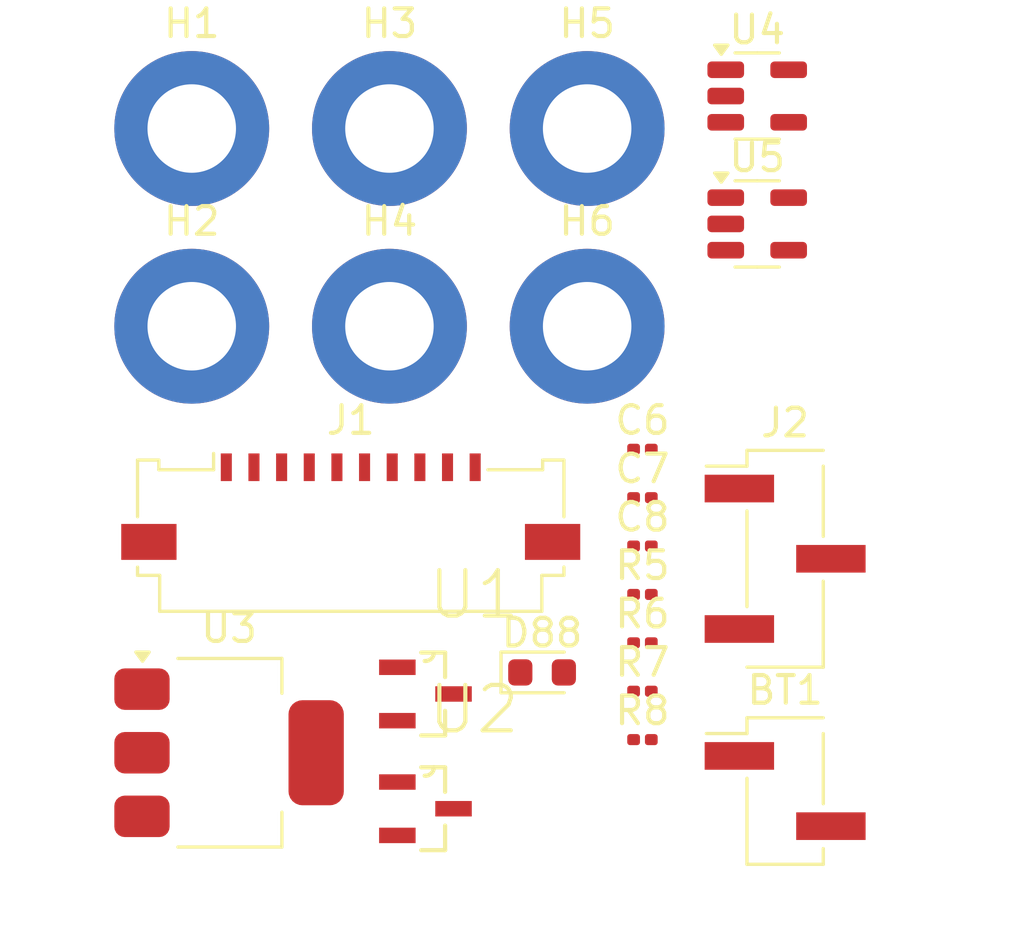
<source format=kicad_pcb>
(kicad_pcb (version 20241229) (generator "pcbnew") (generator_version "9.0")
  (layers (0 "F.Cu" signal) (2 "B.Cu" signal) (13 "F.Paste" user) (15 "B.Paste" user) (5 "F.SilkS" user "F.Silkscreen") (7 "B.SilkS" user "B.Silkscreen") (1 "F.Mask" user) (3 "B.Mask" user) (25 "Edge.Cuts" user))
  (net 0 "")
  (net 1 "Net-(BT1-+)")
  (net 2 "/bat-")
  (net 3 "GND")
  (net 4 "+3V3")
  (net 5 "VBUS")
  (net 6 "Net-(U5-VDD)")
  (net 7 "Net-(D88-K)")
  (net 8 "/RX")
  (net 9 "/D+")
  (net 10 "/D-")
  (net 11 "/TX")
  (net 13 "HV_CHR")
  (net 14 "Net-(U4-STAT)")
  (net 15 "Net-(U4-PROG)")
  (net 16 "Net-(U5-VM)")
  (net 17 "Net-(U1-D)")
  (net 18 "Net-(U1-G)")
  (net 19 "Net-(U2-G)")
  (footprint "Resistor_SMD:R_0201_0603Metric" (layer "F.Cu") (at 131.745 81.87)
    (property "Reference" "R5" (at 0 -1.05 0) (layer "F.SilkS"))
    (property "Value" "150")
    (pad "1" smd roundrect (at -0.32 0) (size 0.46 0.4) (layers "F.Cu" "F.Mask") (net 14 "Net-(U4-STAT)"))
    (pad "2" smd roundrect (at 0.32 0) (size 0.46 0.4) (layers "F.Cu" "F.Mask") (net 7 "Net-(D88-K)"))
  )
  (footprint "Connector_PinHeader_2.54mm:PinHeader_1x03_P2.54mm_Vertical_SMD_Pin1Left" (layer "F.Cu") (at 136.905 80.58)
    (property "Reference" "J2" (at 0 -4.92 0) (layer "F.SilkS"))
    (property "Value" "Conn_01x03_Pin")
    (fp_line (start -1.38 -3.92) (end -1.38 -3.35) (stroke (width 0.12)) (layer "F.SilkS"))
    (fp_line (start -1.38 -3.92) (end 1.38 -3.92) (stroke (width 0.12)) (layer "F.SilkS"))
    (fp_line (start -1.38 -3.35) (end -2.85 -3.35) (stroke (width 0.12)) (layer "F.SilkS"))
    (fp_line (start -1.38 -1.73) (end -1.38 1.73) (stroke (width 0.12)) (layer "F.SilkS"))
    (fp_line (start -1.38 3.92) (end 1.38 3.92) (stroke (width 0.12)) (layer "F.SilkS"))
    (fp_line (start 1.38 -3.35) (end 1.38 -0.81) (stroke (width 0.12)) (layer "F.SilkS"))
    (fp_line (start 1.38 0.81) (end 1.38 3.92) (stroke (width 0.12)) (layer "F.SilkS"))
    (fp_line (start 1.38 3.35) (end 1.38 3.92) (stroke (width 0.12)) (layer "F.SilkS"))
    (pad "1" smd rect (at -1.655 -2.54) (size 2.51 1) (layers "F.Cu" "F.Mask" "F.Paste"))
    (pad "2" smd rect (at 1.655 0) (size 2.51 1) (layers "F.Cu" "F.Mask" "F.Paste") (net 13 "HV_CHR"))
    (pad "3" smd rect (at -1.655 2.54) (size 2.51 1) (layers "F.Cu" "F.Mask" "F.Paste") (net 1 "Net-(BT1-+)"))
  )
  (footprint "Package_TO_SOT_SMD:SOT-23-5" (layer "F.Cu") (at 135.895 68.47)
    (property "Reference" "U5" (at 0 -2.4 0) (layer "F.SilkS"))
    (property "Value" "AP9101CK")
    (fp_line (start 0 -1.56) (end -0.8 -1.56) (stroke (width 0.12)) (layer "F.SilkS"))
    (fp_line (start 0 -1.56) (end 0.8 -1.56) (stroke (width 0.12)) (layer "F.SilkS"))
    (fp_line (start 0 1.56) (end -0.8 1.56) (stroke (width 0.12)) (layer "F.SilkS"))
    (fp_line (start 0 1.56) (end 0.8 1.56) (stroke (width 0.12)) (layer "F.SilkS"))
    (fp_poly (pts (xy -1.3 -1.51) (xy -1.54 -1.84) (xy -1.06 -1.84)) (stroke (width 0.12)) (fill yes) (layer "F.SilkS"))
    (pad "1" smd roundrect (at -1.1375 -0.95) (size 1.325 0.6) (layers "F.Cu" "F.Mask" "F.Paste") (net 16 "Net-(U5-VM)"))
    (pad "2" smd roundrect (at -1.1375 0) (size 1.325 0.6) (layers "F.Cu" "F.Mask" "F.Paste") (net 6 "Net-(U5-VDD)"))
    (pad "3" smd roundrect (at -1.1375 0.95) (size 1.325 0.6) (layers "F.Cu" "F.Mask" "F.Paste") (net 2 "/bat-"))
    (pad "4" smd roundrect (at 1.1375 0.95) (size 1.325 0.6) (layers "F.Cu" "F.Mask" "F.Paste") (net 18 "Net-(U1-G)"))
    (pad "5" smd roundrect (at 1.1375 -0.95) (size 1.325 0.6) (layers "F.Cu" "F.Mask" "F.Paste") (net 19 "Net-(U2-G)"))
  )
  (footprint "Resistor_SMD:R_0201_0603Metric" (layer "F.Cu") (at 131.745 83.62)
    (property "Reference" "R6" (at 0 -1.05 0) (layer "F.SilkS"))
    (property "Value" "10/2k")
    (pad "1" smd roundrect (at -0.32 0) (size 0.46 0.4) (layers "F.Cu" "F.Mask") (net 3 "GND"))
    (pad "2" smd roundrect (at 0.32 0) (size 0.46 0.4) (layers "F.Cu" "F.Mask") (net 15 "Net-(U4-PROG)"))
  )
  (footprint "Capacitor_SMD:C_0201_0603Metric" (layer "F.Cu") (at 131.745 80.12)
    (property "Reference" "C8" (at 0 -1.05 0) (layer "F.SilkS"))
    (property "Value" "0.1uF")
    (pad "1" smd roundrect (at -0.32 0) (size 0.46 0.4) (layers "F.Cu" "F.Mask") (net 6 "Net-(U5-VDD)"))
    (pad "2" smd roundrect (at 0.32 0) (size 0.46 0.4) (layers "F.Cu" "F.Mask") (net 2 "/bat-"))
  )
  (footprint "MountingHole:MountingHole_3.2mm_M3_DIN965_Pad" (layer "F.Cu") (at 122.595 65.02)
    (property "Reference" "H3" (at 0 -3.8 0) (layer "F.SilkS"))
    (property "Value" "MountingHole_Pad")
    (pad "1" thru_hole circle (at 0 0) (size 5.6 5.6) (drill 3.2) (layers "*.Cu" "*.Mask") (net 3 "GND"))
  )
  (footprint "Capacitor_SMD:C_0201_0603Metric" (layer "F.Cu") (at 131.745 78.37)
    (property "Reference" "C7" (at 0 -1.05 0) (layer "F.SilkS"))
    (property "Value" "0.1uF")
    (pad "1" smd roundrect (at -0.32 0) (size 0.46 0.4) (layers "F.Cu" "F.Mask") (net 5 "VBUS"))
    (pad "2" smd roundrect (at 0.32 0) (size 0.46 0.4) (layers "F.Cu" "F.Mask") (net 3 "GND"))
  )
  (footprint "Package_TO_SOT_SMD:SOT-223-3_TabPin2" (layer "F.Cu") (at 116.795 87.595)
    (property "Reference" "U3" (at 0 -4.5 0) (layer "F.SilkS"))
    (property "Value" "MCP1825S")
    (fp_line (start -1.85 -3.41) (end 1.91 -3.41) (stroke (width 0.12)) (layer "F.SilkS"))
    (fp_line (start -1.85 3.41) (end 1.91 3.41) (stroke (width 0.12)) (layer "F.SilkS"))
    (fp_line (start 1.91 -3.41) (end 1.91 -2.15) (stroke (width 0.12)) (layer "F.SilkS"))
    (fp_line (start 1.91 3.41) (end 1.91 2.15) (stroke (width 0.12)) (layer "F.SilkS"))
    (fp_poly (pts (xy -3.13 -3.31) (xy -3.37 -3.64) (xy -2.89 -3.64) (xy -3.13 -3.31)) (stroke (width 0.12)) (fill yes) (layer "F.SilkS"))
    (pad "1" smd roundrect (at -3.15 -2.3) (size 2 1.5) (layers "F.Cu" "F.Mask" "F.Paste") (net 13 "HV_CHR"))
    (pad "2" smd roundrect (at -3.15 0) (size 2 1.5) (layers "F.Cu" "F.Mask" "F.Paste") (net 3 "GND"))
    (pad "2" smd roundrect (at 3.15 0) (size 2 3.8) (layers "F.Cu" "F.Mask" "F.Paste") (net 3 "GND"))
    (pad "3" smd roundrect (at -3.15 2.3) (size 2 1.5) (layers "F.Cu" "F.Mask" "F.Paste") (net 4 "+3V3"))
  )
  (footprint "MountingHole:MountingHole_3.2mm_M3_DIN965_Pad" (layer "F.Cu") (at 122.595 72.17)
    (property "Reference" "H4" (at 0 -3.8 0) (layer "F.SilkS"))
    (property "Value" "MountingHole_Pad")
    (pad "1" thru_hole circle (at 0 0) (size 5.6 5.6) (drill 3.2) (layers "*.Cu" "*.Mask") (net 3 "GND"))
  )
  (footprint "Resistor_SMD:R_0201_0603Metric" (layer "F.Cu") (at 131.745 87.12)
    (property "Reference" "R8" (at 0 -1.05 0) (layer "F.SilkS"))
    (property "Value" "330")
    (pad "1" smd roundrect (at -0.32 0) (size 0.46 0.4) (layers "F.Cu" "F.Mask") (net 6 "Net-(U5-VDD)"))
    (pad "2" smd roundrect (at 0.32 0) (size 0.46 0.4) (layers "F.Cu" "F.Mask") (net 1 "Net-(BT1-+)"))
  )
  (footprint "LED_SMD:LED_0603_1608Metric" (layer "F.Cu") (at 128.115 84.69)
    (property "Reference" "D88" (at 0 -1.43 0) (layer "F.SilkS"))
    (property "Value" "LED")
    (fp_line (start -1.485 -0.735) (end -1.485 0.735) (stroke (width 0.12)) (layer "F.SilkS"))
    (fp_line (start -1.485 0.735) (end 0.8 0.735) (stroke (width 0.12)) (layer "F.SilkS"))
    (fp_line (start 0.8 -0.735) (end -1.485 -0.735) (stroke (width 0.12)) (layer "F.SilkS"))
    (pad "1" smd roundrect (at -0.7875 0) (size 0.875 0.95) (layers "F.Cu" "F.Mask" "F.Paste") (net 7 "Net-(D88-K)"))
    (pad "2" smd roundrect (at 0.7875 0) (size 0.875 0.95) (layers "F.Cu" "F.Mask" "F.Paste") (net 5 "VBUS"))
  )
  (footprint "Resistor_SMD:R_0201_0603Metric" (layer "F.Cu") (at 131.745 85.37)
    (property "Reference" "R7" (at 0 -1.05 0) (layer "F.SilkS"))
    (property "Value" "10/2k")
    (pad "1" smd roundrect (at -0.32 0) (size 0.46 0.4) (layers "F.Cu" "F.Mask") (net 3 "GND"))
    (pad "2" smd roundrect (at 0.32 0) (size 0.46 0.4) (layers "F.Cu" "F.Mask") (net 16 "Net-(U5-VM)"))
  )
  (footprint "MountingHole:MountingHole_3.2mm_M3_DIN965_Pad" (layer "F.Cu") (at 129.745 72.17)
    (property "Reference" "H6" (at 0 -3.8 0) (layer "F.SilkS"))
    (property "Value" "MountingHole_Pad")
    (pad "1" thru_hole circle (at 0 0) (size 5.6 5.6) (drill 3.2) (layers "*.Cu" "*.Mask") (net 3 "GND"))
  )
  (footprint "Capacitor_SMD:C_0201_0603Metric" (layer "F.Cu") (at 131.745 76.62)
    (property "Reference" "C6" (at 0 -1.05 0) (layer "F.SilkS"))
    (property "Value" "0.1uF")
    (pad "1" smd roundrect (at -0.32 0) (size 0.46 0.4) (layers "F.Cu" "F.Mask") (net 4 "+3V3"))
    (pad "2" smd roundrect (at 0.32 0) (size 0.46 0.4) (layers "F.Cu" "F.Mask") (net 3 "GND"))
  )
  (footprint "Library:dmg6968U7" (layer "F.Cu") (at 123.8964 85.4698)
    (property "Reference" "U1" (at 1.755855 -3.588055 0) (layer "F.SilkS") (effects (font (size 1.643047 1.643047))))
    (property "Value" "DMG6968U-7")
    (fp_line (start -0.1524 1.4986) (end 0.7112 1.4986) (stroke (width 0.1524)) (layer "F.SilkS"))
    (fp_line (start 0.3048 -1.4986) (end -0.1524 -1.4986) (stroke (width 0.1524)) (layer "F.SilkS"))
    (fp_line (start 0.7112 -1.4986) (end 0.3048 -1.4986) (stroke (width 0.1524)) (layer "F.SilkS"))
    (fp_line (start 0.7112 -0.6096) (end 0.7112 -1.4986) (stroke (width 0.1524)) (layer "F.SilkS"))
    (fp_line (start 0.7112 1.4986) (end 0.7112 0.6096) (stroke (width 0.1524)) (layer "F.SilkS"))
    (fp_arc (start 0.3048 -1.4986) (mid 0.206758 -1.273554) (end -0.0254 -1.1938) (stroke (width 0.1524)) (layer "F.SilkS"))
    (pad "1" smd rect (at -1.016 -0.9652) (size 1.3208 0.5588) (layers "F.Cu" "F.Mask" "F.Paste") (net 18 "Net-(U1-G)"))
    (pad "2" smd rect (at -1.016 0.9652) (size 1.3208 0.5588) (layers "F.Cu" "F.Mask" "F.Paste") (net 2 "/bat-"))
    (pad "3" smd rect (at 1.016 0) (size 1.3208 0.5588) (layers "F.Cu" "F.Mask" "F.Paste") (net 17 "Net-(U1-D)"))
  )
  (footprint "MountingHole:MountingHole_3.2mm_M3_DIN965_Pad" (layer "F.Cu") (at 115.445 65.02)
    (property "Reference" "H1" (at 0 -3.8 0) (layer "F.SilkS"))
    (property "Value" "MountingHole_Pad")
    (pad "1" thru_hole circle (at 0 0) (size 5.6 5.6) (drill 3.2) (layers "*.Cu" "*.Mask") (net 3 "GND"))
  )
  (footprint "MountingHole:MountingHole_3.2mm_M3_DIN965_Pad" (layer "F.Cu") (at 115.445 72.17)
    (property "Reference" "H2" (at 0 -3.8 0) (layer "F.SilkS"))
    (property "Value" "MountingHole_Pad")
    (pad "1" thru_hole circle (at 0 0) (size 5.6 5.6) (drill 3.2) (layers "*.Cu" "*.Mask") (net 3 "GND"))
  )
  (footprint "Connector_FFC-FPC:Molex_200528-0100_1x10-1MP_P1.00mm_Horizontal" (layer "F.Cu") (at 121.195 78.18)
    (property "Reference" "J1" (at 0 -2.61 0) (layer "F.SilkS"))
    (property "Value" "Conn_01x10")
    (fp_line (start -7.71 -1.17) (end -7.71 0.88) (stroke (width 0.12)) (layer "F.SilkS"))
    (fp_line (start -7.71 2.7) (end -7.71 3) (stroke (width 0.12)) (layer "F.SilkS"))
    (fp_line (start -7.71 3) (end -6.91 3) (stroke (width 0.12)) (layer "F.SilkS"))
    (fp_line (start -6.94 -1.17) (end -7.71 -1.17) (stroke (width 0.12)) (layer "F.SilkS"))
    (fp_line (start -6.94 -0.82) (end -6.94 -1.17) (stroke (width 0.12)) (layer "F.SilkS"))
    (fp_line (start -6.91 3) (end -6.91 4.3) (stroke (width 0.12)) (layer "F.SilkS"))
    (fp_line (start -6.91 4.3) (end 6.91 4.3) (stroke (width 0.12)) (layer "F.SilkS"))
    (fp_line (start -4.96 -1.41) (end -4.96 -0.82) (stroke (width 0.12)) (layer "F.SilkS"))
    (fp_line (start -4.96 -0.82) (end -6.94 -0.82) (stroke (width 0.12)) (layer "F.SilkS"))
    (fp_line (start 6.91 3) (end 7.71 3) (stroke (width 0.12)) (layer "F.SilkS"))
    (fp_line (start 6.91 4.3) (end 6.91 3) (stroke (width 0.12)) (layer "F.SilkS"))
    (fp_line (start 6.94 -1.17) (end 6.94 -0.82) (stroke (width 0.12)) (layer "F.SilkS"))
    (fp_line (start 6.94 -0.82) (end 4.96 -0.82) (stroke (width 0.12)) (layer "F.SilkS"))
    (fp_line (start 7.71 -1.17) (end 6.94 -1.17) (stroke (width 0.12)) (layer "F.SilkS"))
    (fp_line (start 7.71 0.88) (end 7.71 -1.17) (stroke (width 0.12)) (layer "F.SilkS"))
    (fp_line (start 7.71 3) (end 7.71 2.7) (stroke (width 0.12)) (layer "F.SilkS"))
    (pad "1" smd rect (at -4.5 -0.91) (size 0.4 1) (layers "F.Cu" "F.Mask" "F.Paste") (net 5 "VBUS"))
    (pad "2" smd rect (at -3.5 -0.91) (size 0.4 1) (layers "F.Cu" "F.Mask" "F.Paste") (net 5 "VBUS"))
    (pad "3" smd rect (at -2.5 -0.91) (size 0.4 1) (layers "F.Cu" "F.Mask" "F.Paste") (net 3 "GND"))
    (pad "4" smd rect (at -1.5 -0.91) (size 0.4 1) (layers "F.Cu" "F.Mask" "F.Paste") (net 8 "/RX"))
    (pad "5" smd rect (at -0.5 -0.91) (size 0.4 1) (layers "F.Cu" "F.Mask" "F.Paste") (net 11 "/TX"))
    (pad "6" smd rect (at 0.5 -0.91) (size 0.4 1) (layers "F.Cu" "F.Mask" "F.Paste") (net 3 "GND"))
    (pad "7" smd rect (at 1.5 -0.91) (size 0.4 1) (layers "F.Cu" "F.Mask" "F.Paste") (net 9 "/D+"))
    (pad "8" smd rect (at 2.5 -0.91) (size 0.4 1) (layers "F.Cu" "F.Mask" "F.Paste") (net 10 "/D-"))
    (pad "9" smd rect (at 3.5 -0.91) (size 0.4 1) (layers "F.Cu" "F.Mask" "F.Paste") (net 4 "+3V3"))
    (pad "10" smd rect (at 4.5 -0.91) (size 0.4 1) (layers "F.Cu" "F.Mask" "F.Paste") (net 4 "+3V3"))
    (pad "MP" smd rect (at -7.3 1.79) (size 2 1.3) (layers "F.Cu" "F.Mask" "F.Paste"))
    (pad "MP" smd rect (at 7.3 1.79) (size 2 1.3) (layers "F.Cu" "F.Mask" "F.Paste"))
  )
  (footprint "Package_TO_SOT_SMD:SOT-23-5" (layer "F.Cu") (at 135.895 63.845)
    (property "Reference" "U4" (at 0 -2.4 0) (layer "F.SilkS"))
    (property "Value" "MCP73831-2-OT")
    (fp_line (start 0 -1.56) (end -0.8 -1.56) (stroke (width 0.12)) (layer "F.SilkS"))
    (fp_line (start 0 -1.56) (end 0.8 -1.56) (stroke (width 0.12)) (layer "F.SilkS"))
    (fp_line (start 0 1.56) (end -0.8 1.56) (stroke (width 0.12)) (layer "F.SilkS"))
    (fp_line (start 0 1.56) (end 0.8 1.56) (stroke (width 0.12)) (layer "F.SilkS"))
    (fp_poly (pts (xy -1.3 -1.51) (xy -1.54 -1.84) (xy -1.06 -1.84)) (stroke (width 0.12)) (fill yes) (layer "F.SilkS"))
    (pad "1" smd roundrect (at -1.1375 -0.95) (size 1.325 0.6) (layers "F.Cu" "F.Mask" "F.Paste") (net 14 "Net-(U4-STAT)"))
    (pad "2" smd roundrect (at -1.1375 0) (size 1.325 0.6) (layers "F.Cu" "F.Mask" "F.Paste") (net 3 "GND"))
    (pad "3" smd roundrect (at -1.1375 0.95) (size 1.325 0.6) (layers "F.Cu" "F.Mask" "F.Paste") (net 1 "Net-(BT1-+)"))
    (pad "4" smd roundrect (at 1.1375 0.95) (size 1.325 0.6) (layers "F.Cu" "F.Mask" "F.Paste") (net 5 "VBUS"))
    (pad "5" smd roundrect (at 1.1375 -0.95) (size 1.325 0.6) (layers "F.Cu" "F.Mask" "F.Paste") (net 15 "Net-(U4-PROG)"))
  )
  (footprint "MountingHole:MountingHole_3.2mm_M3_DIN965_Pad" (layer "F.Cu") (at 129.745 65.02)
    (property "Reference" "H5" (at 0 -3.8 0) (layer "F.SilkS"))
    (property "Value" "MountingHole_Pad")
    (pad "1" thru_hole circle (at 0 0) (size 5.6 5.6) (drill 3.2) (layers "*.Cu" "*.Mask") (net 3 "GND"))
  )
  (footprint "Connector_PinHeader_2.54mm:PinHeader_1x02_P2.54mm_Vertical_SMD_Pin1Left" (layer "F.Cu") (at 136.905 88.98)
    (property "Reference" "BT1" (at 0 -3.65 0) (layer "F.SilkS"))
    (property "Value" "LIPO")
    (fp_line (start -1.38 -2.65) (end -1.38 -2.08) (stroke (width 0.12)) (layer "F.SilkS"))
    (fp_line (start -1.38 -2.65) (end 1.38 -2.65) (stroke (width 0.12)) (layer "F.SilkS"))
    (fp_line (start -1.38 -2.08) (end -2.85 -2.08) (stroke (width 0.12)) (layer "F.SilkS"))
    (fp_line (start -1.38 -0.46) (end -1.38 2.65) (stroke (width 0.12)) (layer "F.SilkS"))
    (fp_line (start -1.38 2.65) (end 1.38 2.65) (stroke (width 0.12)) (layer "F.SilkS"))
    (fp_line (start 1.38 -2.08) (end 1.38 0.46) (stroke (width 0.12)) (layer "F.SilkS"))
    (fp_line (start 1.38 2.08) (end 1.38 2.65) (stroke (width 0.12)) (layer "F.SilkS"))
    (pad "1" smd rect (at -1.655 -1.27) (size 2.51 1) (layers "F.Cu" "F.Mask" "F.Paste") (net 1 "Net-(BT1-+)"))
    (pad "2" smd rect (at 1.655 1.27) (size 2.51 1) (layers "F.Cu" "F.Mask" "F.Paste") (net 2 "/bat-"))
  )
  (footprint "Library:dmg6968U7" (layer "F.Cu") (at 123.8964 89.6194)
    (property "Reference" "U2" (at 1.755855 -3.588055 0) (layer "F.SilkS") (effects (font (size 1.643047 1.643047))))
    (property "Value" "DMG6968U-7")
    (fp_line (start -0.1524 1.4986) (end 0.7112 1.4986) (stroke (width 0.1524)) (layer "F.SilkS"))
    (fp_line (start 0.3048 -1.4986) (end -0.1524 -1.4986) (stroke (width 0.1524)) (layer "F.SilkS"))
    (fp_line (start 0.7112 -1.4986) (end 0.3048 -1.4986) (stroke (width 0.1524)) (layer "F.SilkS"))
    (fp_line (start 0.7112 -0.6096) (end 0.7112 -1.4986) (stroke (width 0.1524)) (layer "F.SilkS"))
    (fp_line (start 0.7112 1.4986) (end 0.7112 0.6096) (stroke (width 0.1524)) (layer "F.SilkS"))
    (fp_arc (start 0.3048 -1.4986) (mid 0.206758 -1.273554) (end -0.0254 -1.1938) (stroke (width 0.1524)) (layer "F.SilkS"))
    (pad "1" smd rect (at -1.016 -0.9652) (size 1.3208 0.5588) (layers "F.Cu" "F.Mask" "F.Paste") (net 19 "Net-(U2-G)"))
    (pad "2" smd rect (at -1.016 0.9652) (size 1.3208 0.5588) (layers "F.Cu" "F.Mask" "F.Paste") (net 3 "GND"))
    (pad "3" smd rect (at 1.016 0) (size 1.3208 0.5588) (layers "F.Cu" "F.Mask" "F.Paste") (net 17 "Net-(U1-D)"))
  )
)
</source>
